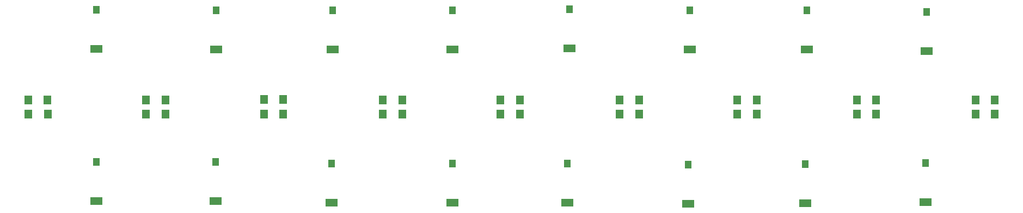
<source format=gbr>
G04 EAGLE Gerber RS-274X export*
G75*
%MOMM*%
%FSLAX34Y34*%
%LPD*%
%INSolderpaste Top*%
%IPPOS*%
%AMOC8*
5,1,8,0,0,1.08239X$1,22.5*%
G01*
%ADD10R,1.200000X1.400000*%
%ADD11R,1.900000X1.300000*%
%ADD12R,1.100000X1.300000*%


D10*
X179564Y170434D03*
X209564Y170434D03*
X179818Y148336D03*
X209818Y148336D03*
X362698Y170180D03*
X392698Y170180D03*
X362698Y148082D03*
X392698Y148082D03*
X546086Y170688D03*
X576086Y170688D03*
X546086Y148082D03*
X576086Y148082D03*
X731252Y170434D03*
X761252Y170434D03*
X731252Y148336D03*
X761252Y148336D03*
X913878Y170180D03*
X943878Y170180D03*
X913878Y148336D03*
X943878Y148336D03*
X1099298Y170434D03*
X1129298Y170434D03*
X1099298Y148336D03*
X1129298Y148336D03*
X1282432Y170180D03*
X1312432Y170180D03*
X1282432Y148082D03*
X1312432Y148082D03*
X1468106Y170180D03*
X1498106Y170180D03*
X1468106Y147828D03*
X1498106Y147828D03*
X1652739Y169850D03*
X1682739Y169850D03*
X1652739Y147752D03*
X1682739Y147752D03*
D11*
X285525Y249914D03*
D12*
X285525Y310914D03*
D11*
X285242Y12172D03*
D12*
X285242Y73172D03*
D11*
X471932Y248646D03*
D12*
X471932Y309646D03*
D11*
X471170Y12426D03*
D12*
X471170Y73426D03*
D11*
X652780Y248900D03*
D12*
X652780Y309900D03*
D11*
X651002Y10394D03*
D12*
X651002Y71394D03*
D11*
X839216Y248900D03*
D12*
X839216Y309900D03*
D11*
X839470Y9632D03*
D12*
X839470Y70632D03*
D11*
X1021334Y250424D03*
D12*
X1021334Y311424D03*
D11*
X1018032Y10394D03*
D12*
X1018032Y71394D03*
D11*
X1208532Y248900D03*
D12*
X1208532Y309900D03*
D11*
X1205992Y8362D03*
D12*
X1205992Y69362D03*
D11*
X1390142Y249154D03*
D12*
X1390142Y310154D03*
D11*
X1387602Y9378D03*
D12*
X1387602Y70378D03*
D11*
X1576578Y246614D03*
D12*
X1576578Y307614D03*
D11*
X1575308Y11156D03*
D12*
X1575308Y72156D03*
M02*

</source>
